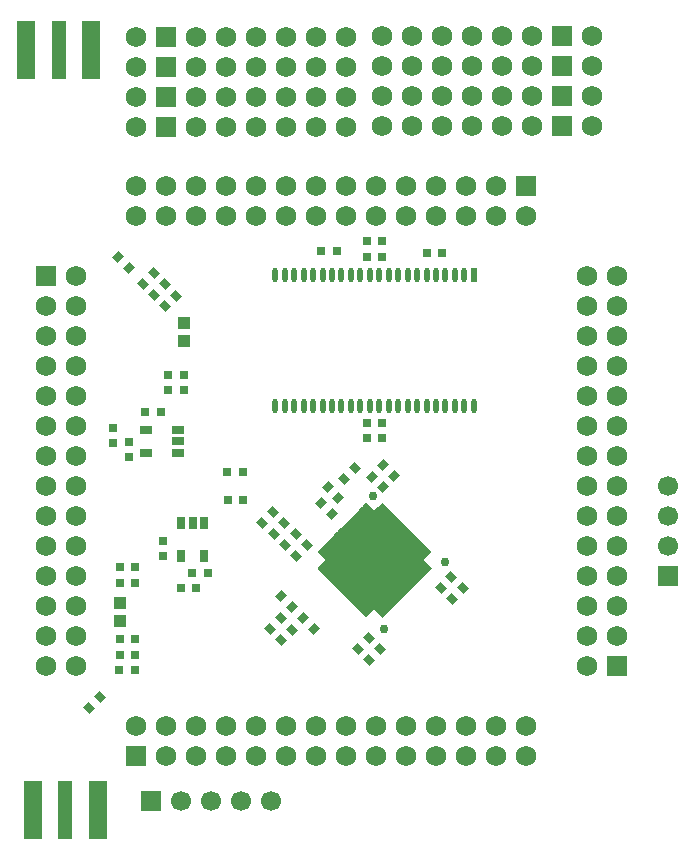
<source format=gts>
G04*
G04 #@! TF.GenerationSoftware,Altium Limited,Altium Designer,23.2.1 (34)*
G04*
G04 Layer_Color=8388736*
%FSLAX44Y44*%
%MOMM*%
G71*
G04*
G04 #@! TF.SameCoordinates,ABC1B65B-6388-4075-88A0-289E2620619A*
G04*
G04*
G04 #@! TF.FilePolarity,Negative*
G04*
G01*
G75*
%ADD18R,1.2000X5.0000*%
%ADD19R,1.6000X5.0000*%
%ADD28O,0.4858X1.2056*%
%ADD29R,0.4858X1.2056*%
%ADD32R,1.0700X1.0000*%
G04:AMPARAMS|DCode=33|XSize=0.8mm|YSize=0.7mm|CornerRadius=0mm|HoleSize=0mm|Usage=FLASHONLY|Rotation=45.000|XOffset=0mm|YOffset=0mm|HoleType=Round|Shape=Rectangle|*
%AMROTATEDRECTD33*
4,1,4,-0.0354,-0.5303,-0.5303,-0.0354,0.0354,0.5303,0.5303,0.0354,-0.0354,-0.5303,0.0*
%
%ADD33ROTATEDRECTD33*%

G04:AMPARAMS|DCode=34|XSize=0.8mm|YSize=0.7mm|CornerRadius=0mm|HoleSize=0mm|Usage=FLASHONLY|Rotation=135.000|XOffset=0mm|YOffset=0mm|HoleType=Round|Shape=Rectangle|*
%AMROTATEDRECTD34*
4,1,4,0.5303,-0.0354,0.0354,-0.5303,-0.5303,0.0354,-0.0354,0.5303,0.5303,-0.0354,0.0*
%
%ADD34ROTATEDRECTD34*%

%ADD35R,0.7000X0.8000*%
%ADD36R,0.8000X0.7000*%
%ADD37P,8.0610X4X90.0*%
G04:AMPARAMS|DCode=38|XSize=0.95mm|YSize=0.4mm|CornerRadius=0mm|HoleSize=0mm|Usage=FLASHONLY|Rotation=315.000|XOffset=0mm|YOffset=0mm|HoleType=Round|Shape=Rectangle|*
%AMROTATEDRECTD38*
4,1,4,-0.4773,0.1945,-0.1945,0.4773,0.4773,-0.1945,0.1945,-0.4773,-0.4773,0.1945,0.0*
%
%ADD38ROTATEDRECTD38*%

G04:AMPARAMS|DCode=39|XSize=0.9008mm|YSize=0.3508mm|CornerRadius=0mm|HoleSize=0mm|Usage=FLASHONLY|Rotation=45.000|XOffset=0mm|YOffset=0mm|HoleType=Round|Shape=Rectangle|*
%AMROTATEDRECTD39*
4,1,4,-0.1945,-0.4425,-0.4425,-0.1945,0.1945,0.4425,0.4425,0.1945,-0.1945,-0.4425,0.0*
%
%ADD39ROTATEDRECTD39*%

G04:AMPARAMS|DCode=40|XSize=0.95mm|YSize=0.4mm|CornerRadius=0mm|HoleSize=0mm|Usage=FLASHONLY|Rotation=45.000|XOffset=0mm|YOffset=0mm|HoleType=Round|Shape=Rectangle|*
%AMROTATEDRECTD40*
4,1,4,-0.1945,-0.4773,-0.4773,-0.1945,0.1945,0.4773,0.4773,0.1945,-0.1945,-0.4773,0.0*
%
%ADD40ROTATEDRECTD40*%

G04:AMPARAMS|DCode=41|XSize=0.9008mm|YSize=0.3508mm|CornerRadius=0mm|HoleSize=0mm|Usage=FLASHONLY|Rotation=315.000|XOffset=0mm|YOffset=0mm|HoleType=Round|Shape=Rectangle|*
%AMROTATEDRECTD41*
4,1,4,-0.4425,0.1945,-0.1945,0.4425,0.4425,-0.1945,0.1945,-0.4425,-0.4425,0.1945,0.0*
%
%ADD41ROTATEDRECTD41*%

G04:AMPARAMS|DCode=42|XSize=0.7mm|YSize=1.1mm|CornerRadius=0.101mm|HoleSize=0mm|Usage=FLASHONLY|Rotation=270.000|XOffset=0mm|YOffset=0mm|HoleType=Round|Shape=RoundedRectangle|*
%AMROUNDEDRECTD42*
21,1,0.7000,0.8980,0,0,270.0*
21,1,0.4980,1.1000,0,0,270.0*
1,1,0.2020,-0.4490,-0.2490*
1,1,0.2020,-0.4490,0.2490*
1,1,0.2020,0.4490,0.2490*
1,1,0.2020,0.4490,-0.2490*
%
%ADD42ROUNDEDRECTD42*%
G04:AMPARAMS|DCode=43|XSize=0.7mm|YSize=1.1mm|CornerRadius=0.101mm|HoleSize=0mm|Usage=FLASHONLY|Rotation=0.000|XOffset=0mm|YOffset=0mm|HoleType=Round|Shape=RoundedRectangle|*
%AMROUNDEDRECTD43*
21,1,0.7000,0.8980,0,0,0.0*
21,1,0.4980,1.1000,0,0,0.0*
1,1,0.2020,0.2490,-0.4490*
1,1,0.2020,-0.2490,-0.4490*
1,1,0.2020,-0.2490,0.4490*
1,1,0.2020,0.2490,0.4490*
%
%ADD43ROUNDEDRECTD43*%
%ADD44C,1.7500*%
%ADD45R,1.7500X1.7500*%
%ADD46R,1.7500X1.7500*%
%ADD47C,1.7000*%
%ADD48R,1.7000X1.7000*%
%ADD49R,1.7000X1.7000*%
%ADD50C,0.7632*%
%ADD51C,1.3700*%
G36*
X366154Y247902D02*
X366152Y246632D01*
X359731Y240240D01*
X366790Y233181D01*
X325023Y191415D01*
X317851Y198359D01*
X311330Y191838D01*
X270318Y232850D01*
X270337Y234119D01*
X276780Y240193D01*
X270221Y246636D01*
X270219Y247906D01*
X311330Y288553D01*
X318080Y282576D01*
X325322Y288734D01*
X366154Y247902D01*
D02*
G37*
D18*
X50975Y672008D02*
D03*
X56500Y28600D02*
D03*
D19*
X23275Y672008D02*
D03*
X78675D02*
D03*
X28800Y28600D02*
D03*
X84200D02*
D03*
D28*
X274389Y370985D02*
D03*
X266389D02*
D03*
X258389D02*
D03*
X282389D02*
D03*
X394389Y481591D02*
D03*
X386389D02*
D03*
X378389D02*
D03*
X370389D02*
D03*
X362389D02*
D03*
X354389D02*
D03*
X346389D02*
D03*
X338389D02*
D03*
X330389D02*
D03*
X322389D02*
D03*
X314389D02*
D03*
X306389D02*
D03*
X298389D02*
D03*
X290389D02*
D03*
X282389D02*
D03*
X274389D02*
D03*
X266389D02*
D03*
X258389D02*
D03*
X250389D02*
D03*
X242389D02*
D03*
X234389D02*
D03*
Y370985D02*
D03*
X242389D02*
D03*
X250389D02*
D03*
X290389D02*
D03*
X298389D02*
D03*
X306389D02*
D03*
X314389D02*
D03*
X322389D02*
D03*
X330389D02*
D03*
X338389D02*
D03*
X346389D02*
D03*
X354389D02*
D03*
X362389D02*
D03*
X370389D02*
D03*
X378389D02*
D03*
X386389D02*
D03*
X394389D02*
D03*
X402389D02*
D03*
D29*
Y481591D02*
D03*
D32*
X157000Y441000D02*
D03*
Y425300D02*
D03*
X102522Y188570D02*
D03*
Y204270D02*
D03*
D33*
X282573Y279137D02*
D03*
X273380Y288329D02*
D03*
X325265Y301745D02*
D03*
X316073Y310937D02*
D03*
X239187Y209616D02*
D03*
X248379Y200424D02*
D03*
X267118Y181685D02*
D03*
X257925Y190878D02*
D03*
X334520Y311178D02*
D03*
X325327Y320370D02*
D03*
X287830Y292573D02*
D03*
X278638Y301766D02*
D03*
X110338Y487451D02*
D03*
X101145Y496644D02*
D03*
D34*
X392931Y216231D02*
D03*
X383739Y207039D02*
D03*
X260846Y252691D02*
D03*
X251653Y243499D02*
D03*
X302057Y318313D02*
D03*
X292864Y309120D02*
D03*
X313626Y174060D02*
D03*
X304434Y164867D02*
D03*
X239187Y191231D02*
D03*
X229995Y182039D02*
D03*
X239187Y172139D02*
D03*
X248379Y181332D02*
D03*
X383477Y225790D02*
D03*
X374285Y216597D02*
D03*
X251470Y262067D02*
D03*
X242278Y252874D02*
D03*
X322915Y164670D02*
D03*
X313723Y155477D02*
D03*
X131658Y464520D02*
D03*
X140850Y473713D02*
D03*
X122175Y474003D02*
D03*
X131367Y483196D02*
D03*
X232662Y280757D02*
D03*
X223469Y271565D02*
D03*
X242037Y271463D02*
D03*
X232844Y262271D02*
D03*
X140983Y454987D02*
D03*
X150175Y464179D02*
D03*
X86027Y124000D02*
D03*
X76835Y114808D02*
D03*
D35*
X156637Y397180D02*
D03*
X143637D02*
D03*
X156713Y383870D02*
D03*
X143713D02*
D03*
X102451Y234479D02*
D03*
X115451D02*
D03*
X102471Y160071D02*
D03*
X115471D02*
D03*
X102243Y146710D02*
D03*
X115243D02*
D03*
X102501Y221017D02*
D03*
X115501D02*
D03*
X193680Y315087D02*
D03*
X206680D02*
D03*
X194056Y291287D02*
D03*
X207056D02*
D03*
X177114Y229604D02*
D03*
X164114D02*
D03*
X102497Y173380D02*
D03*
X115497D02*
D03*
X124383Y365641D02*
D03*
X137383D02*
D03*
X167457Y216168D02*
D03*
X154457D02*
D03*
X375488Y499923D02*
D03*
X362488D02*
D03*
X286228Y502006D02*
D03*
X273228D02*
D03*
X324772Y510121D02*
D03*
X311772D02*
D03*
X324810Y496926D02*
D03*
X311810D02*
D03*
X311683Y356464D02*
D03*
X324683D02*
D03*
X311683Y343205D02*
D03*
X324683D02*
D03*
D36*
X110332Y327394D02*
D03*
Y340394D02*
D03*
X96997Y339281D02*
D03*
Y352281D02*
D03*
X139446Y243300D02*
D03*
Y256300D02*
D03*
D37*
X318194Y240226D02*
D03*
D38*
X347892Y221135D02*
D03*
X358499Y231741D02*
D03*
X354964Y228206D02*
D03*
X351428Y224670D02*
D03*
X344357Y217599D02*
D03*
X340821Y214063D02*
D03*
X337286Y210528D02*
D03*
X333750Y206992D02*
D03*
X330215Y203457D02*
D03*
X326679Y199921D02*
D03*
X277889Y248712D02*
D03*
X281425Y252247D02*
D03*
X284960Y255783D02*
D03*
X288496Y259318D02*
D03*
X292031Y262854D02*
D03*
X295567Y266389D02*
D03*
X299102Y269925D02*
D03*
X302638Y273461D02*
D03*
X306173Y276996D02*
D03*
X309709Y280532D02*
D03*
D39*
X323144Y284067D02*
D03*
X362035Y245176D02*
D03*
X313244Y196386D02*
D03*
X274353Y235277D02*
D03*
D40*
X326679Y280532D02*
D03*
X330215Y276996D02*
D03*
X333750Y273461D02*
D03*
X337286Y269925D02*
D03*
X340821Y266389D02*
D03*
X344357Y262854D02*
D03*
X347892Y259318D02*
D03*
X351428Y255783D02*
D03*
X354964Y252247D02*
D03*
X358499Y248712D02*
D03*
X309709Y199921D02*
D03*
X306173Y203457D02*
D03*
X302638Y206992D02*
D03*
X299102Y210528D02*
D03*
X295567Y214063D02*
D03*
X292031Y217599D02*
D03*
X288496Y221135D02*
D03*
X284960Y224670D02*
D03*
X281425Y228206D02*
D03*
X277889Y231741D02*
D03*
D41*
X362035Y235277D02*
D03*
X323144Y196386D02*
D03*
X274353Y245176D02*
D03*
X313244Y284067D02*
D03*
D42*
X152174Y331275D02*
D03*
Y340775D02*
D03*
Y350275D02*
D03*
X124674D02*
D03*
Y331275D02*
D03*
D43*
X173838Y271523D02*
D03*
X164338D02*
D03*
X154838D02*
D03*
Y244023D02*
D03*
X173838D02*
D03*
D44*
X65927Y353620D02*
D03*
Y252020D02*
D03*
Y302820D02*
D03*
Y328220D02*
D03*
Y277420D02*
D03*
X40527Y252020D02*
D03*
Y302820D02*
D03*
Y353620D02*
D03*
Y328220D02*
D03*
Y277420D02*
D03*
Y226620D02*
D03*
X65927D02*
D03*
Y150420D02*
D03*
Y175820D02*
D03*
X40527Y150420D02*
D03*
Y175820D02*
D03*
Y201220D02*
D03*
X65927D02*
D03*
X40527Y455220D02*
D03*
X65927Y480620D02*
D03*
Y455220D02*
D03*
X40527Y429820D02*
D03*
X65927D02*
D03*
X40527Y404420D02*
D03*
X65927D02*
D03*
Y379020D02*
D03*
X40527D02*
D03*
X116787Y99570D02*
D03*
X142187D02*
D03*
Y74170D02*
D03*
X167587D02*
D03*
Y99570D02*
D03*
X192987Y74170D02*
D03*
Y99570D02*
D03*
X218387D02*
D03*
Y74170D02*
D03*
X243787Y99570D02*
D03*
X345387D02*
D03*
X294587D02*
D03*
X269187D02*
D03*
X319987D02*
D03*
X345387Y74170D02*
D03*
X294587D02*
D03*
X243787D02*
D03*
X269187D02*
D03*
X319987D02*
D03*
X370787D02*
D03*
Y99570D02*
D03*
X446987D02*
D03*
X421587D02*
D03*
X446987Y74170D02*
D03*
X421587D02*
D03*
X396187D02*
D03*
Y99570D02*
D03*
X167617Y531580D02*
D03*
Y556980D02*
D03*
X193017Y531580D02*
D03*
Y556980D02*
D03*
X243817D02*
D03*
X294617D02*
D03*
X345417D02*
D03*
X320017D02*
D03*
X269217D02*
D03*
X218417D02*
D03*
X142217D02*
D03*
X116817D02*
D03*
X142217Y531580D02*
D03*
X116817D02*
D03*
X243817D02*
D03*
X294617D02*
D03*
X320017D02*
D03*
X269217D02*
D03*
X218417D02*
D03*
X345417D02*
D03*
X370817D02*
D03*
Y556980D02*
D03*
X396217Y531580D02*
D03*
Y556980D02*
D03*
X421617D02*
D03*
Y531580D02*
D03*
X447017D02*
D03*
X497907Y429820D02*
D03*
X523307D02*
D03*
X497907Y404420D02*
D03*
X523307D02*
D03*
Y353620D02*
D03*
Y302820D02*
D03*
Y252020D02*
D03*
Y277420D02*
D03*
Y328220D02*
D03*
Y379020D02*
D03*
Y455220D02*
D03*
Y480620D02*
D03*
X497907Y455220D02*
D03*
Y480620D02*
D03*
Y353620D02*
D03*
Y302820D02*
D03*
Y277420D02*
D03*
Y328220D02*
D03*
Y379020D02*
D03*
Y252020D02*
D03*
Y226620D02*
D03*
X523307D02*
D03*
X497907Y201220D02*
D03*
X523307D02*
D03*
Y175820D02*
D03*
X497907D02*
D03*
Y150420D02*
D03*
X166800Y607000D02*
D03*
X192200D02*
D03*
X116000Y632400D02*
D03*
Y607000D02*
D03*
X166800Y683200D02*
D03*
Y632400D02*
D03*
X192200D02*
D03*
Y657800D02*
D03*
X217600Y683200D02*
D03*
X116000Y657800D02*
D03*
X166800D02*
D03*
X243000Y683200D02*
D03*
Y657800D02*
D03*
Y632400D02*
D03*
X217600Y657800D02*
D03*
Y607000D02*
D03*
X243000D02*
D03*
X217600Y632400D02*
D03*
X268400Y657800D02*
D03*
X293800Y607000D02*
D03*
X268400D02*
D03*
Y632400D02*
D03*
X293800D02*
D03*
Y657800D02*
D03*
X268400Y683200D02*
D03*
X293800D02*
D03*
X192200D02*
D03*
X116000D02*
D03*
X452000Y684000D02*
D03*
X426600D02*
D03*
X502800Y658600D02*
D03*
Y684000D02*
D03*
X452000Y607800D02*
D03*
Y658600D02*
D03*
X426600D02*
D03*
Y633200D02*
D03*
X401200Y607800D02*
D03*
X502800Y633200D02*
D03*
X452000D02*
D03*
X375800Y607800D02*
D03*
Y633200D02*
D03*
Y658600D02*
D03*
X401200Y633200D02*
D03*
Y684000D02*
D03*
X375800D02*
D03*
X401200Y658600D02*
D03*
X350400Y633200D02*
D03*
X325000Y684000D02*
D03*
X350400D02*
D03*
Y658600D02*
D03*
X325000D02*
D03*
Y633200D02*
D03*
X350400Y607800D02*
D03*
X325000D02*
D03*
X426600D02*
D03*
X502800D02*
D03*
D45*
X40527Y480620D02*
D03*
X523307Y150420D02*
D03*
X141400Y683200D02*
D03*
Y657800D02*
D03*
Y632400D02*
D03*
Y607000D02*
D03*
X477400Y607800D02*
D03*
Y633200D02*
D03*
Y658600D02*
D03*
Y684000D02*
D03*
D46*
X116787Y74170D02*
D03*
X447017Y556980D02*
D03*
D47*
X230480Y35916D02*
D03*
X205080D02*
D03*
X154280D02*
D03*
X179680D02*
D03*
X566598Y252044D02*
D03*
Y277444D02*
D03*
Y302844D02*
D03*
D48*
X128880Y35916D02*
D03*
D49*
X566598Y226644D02*
D03*
D50*
X377662Y238705D02*
D03*
X326128Y182053D02*
D03*
X317500Y294500D02*
D03*
D51*
X317790Y240631D02*
D03*
X344186Y240086D02*
D03*
X330895Y226796D02*
D03*
X304852Y227694D02*
D03*
X317964Y265950D02*
D03*
X292280Y240266D02*
D03*
X305212Y253198D02*
D03*
X330715Y253557D02*
D03*
X318323Y214223D02*
D03*
M02*

</source>
